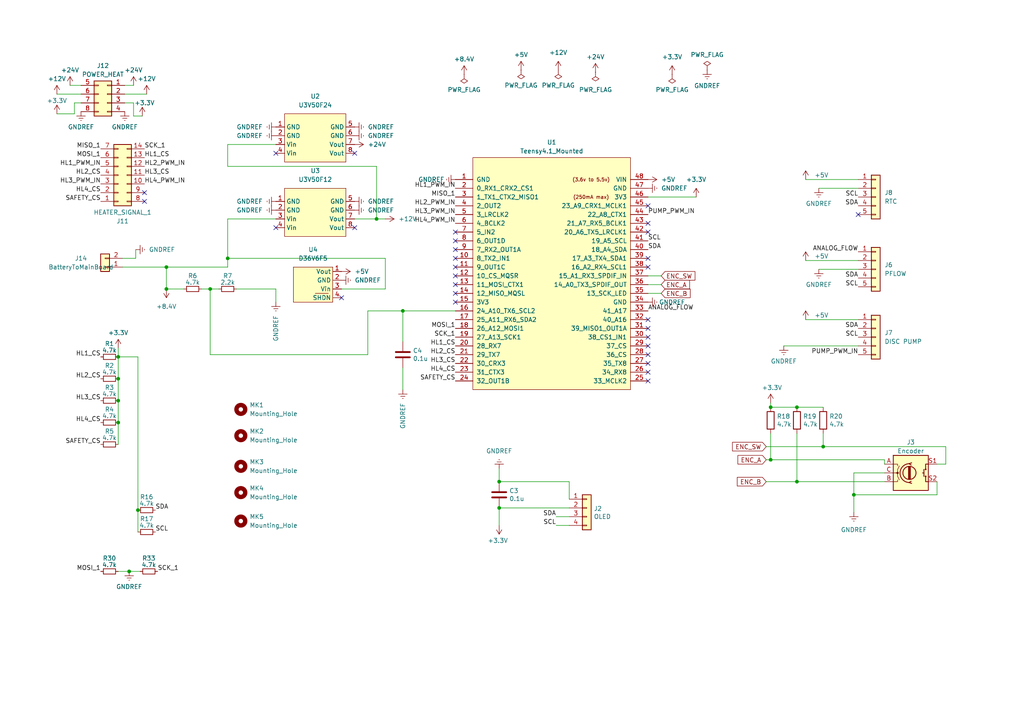
<source format=kicad_sch>
(kicad_sch (version 20250114) (generator "eeschema") (generator_version "9.0")
  (paper "A4")
  (lib_symbols
    (symbol "0_Lab:RotaryEncoder_Switch" (pin_names (offset 0.254) (hide yes))
      (property "Reference" "J3" (at 0 8.89 0))
      (property "Value" "Encoder" (at 0 6.35 0))
      (symbol "RotaryEncoder_Switch_0_1"
        (rectangle (start -5.08 5.08) (end 5.08 -5.08) (stroke (width 0.254)) (fill (type background)))
        (polyline (pts (xy -5.08 2.54) (xy -3.81 2.54) (xy -3.81 2.032)))
        (polyline (pts (xy -5.08 0) (xy -3.81 0) (xy -3.81 -1.016) (xy -3.302 -2.032)))
        (polyline (pts (xy -5.08 -2.54) (xy -3.81 -2.54) (xy -3.81 -2.032)))
        (polyline (pts (xy -4.318 0) (xy -3.81 0) (xy -3.81 1.016) (xy -3.302 2.032)))
        (circle (center -3.81 0) (radius 0.254) (fill (type outline)))
        (polyline (pts (xy -0.635 -1.778) (xy -0.635 1.778)) (stroke (width 0.254)))
        (circle (center -0.381 0) (radius 1.905) (stroke (width 0.254)))
        (polyline (pts (xy -0.381 -1.778) (xy -0.381 1.778)) (stroke (width 0.254)))
        (arc (start -0.381 -2.794) (mid -3.0988 -0.0635) (end -0.381 2.667) (stroke (width 0.254)))
        (polyline (pts (xy -0.127 1.778) (xy -0.127 -1.778)) (stroke (width 0.254)))
        (polyline (pts (xy 0.254 2.921) (xy -0.508 2.667) (xy 0.127 2.286)) (stroke (width 0.254)))
        (polyline (pts (xy 0.254 -3.048) (xy -0.508 -2.794) (xy 0.127 -2.413)) (stroke (width 0.254)))
        (polyline (pts (xy 3.81 1.016) (xy 3.81 -1.016)) (stroke (width 0.254)))
        (polyline (pts (xy 3.81 0) (xy 3.429 0)) (stroke (width 0.254)))
        (circle (center 4.318 1.016) (radius 0.127) (stroke (width 0.254)))
        (circle (center 4.318 -1.016) (radius 0.127) (stroke (width 0.254)))
        (polyline (pts (xy 5.08 2.54) (xy 4.318 2.54) (xy 4.318 1.016)) (stroke (width 0.254)))
        (polyline (pts (xy 5.08 -2.54) (xy 4.318 -2.54) (xy 4.318 -1.016)) (stroke (width 0.254)))
      )
      (symbol "RotaryEncoder_Switch_1_1"
        (pin passive line (at -7.62 2.54 0) (length 2.54) (name "A") (number "A"))
        (pin passive line (at -7.62 0 0) (length 2.54) (name "C") (number "C"))
        (pin passive line (at -7.62 -2.54 0) (length 2.54) (name "B") (number "B"))
        (pin passive line (at 7.62 2.54 180) (length 2.54) (name "S1") (number "S1"))
        (pin passive line (at 7.62 -2.54 180) (length 2.54) (name "S2") (number "S2"))
      )
    )
    (symbol "Connector_Generic:Conn_01x02" (pin_names (offset 1.016) (hide yes))
      (property "Reference" "J" (at 0 2.54 0))
      (property "Value" "Conn_01x02" (at 0 -5.08 0))
      (symbol "Conn_01x02_1_1"
        (rectangle (start -1.27 1.27) (end 1.27 -3.81) (stroke (width 0.254)) (fill (type background)))
        (rectangle (start -1.27 0.127) (end 0 -0.127) (stroke (width 0.1524)))
        (rectangle (start -1.27 -2.413) (end 0 -2.667) (stroke (width 0.1524)))
        (pin passive line (at -5.08 0 0) (length 3.81) (name "Pin_1") (number "1"))
        (pin passive line (at -5.08 -2.54 0) (length 3.81) (name "Pin_2") (number "2"))
      )
    )
    (symbol "Connector_Generic:Conn_01x05" (pin_names (offset 1.016) (hide yes))
      (property "Reference" "J" (at 0 7.62 0))
      (property "Value" "Conn_01x05" (at 0 -7.62 0))
      (symbol "Conn_01x05_1_1"
        (rectangle (start -1.27 6.35) (end 1.27 -6.35) (stroke (width 0.254)) (fill (type background)))
        (rectangle (start -1.27 5.207) (end 0 4.953) (stroke (width 0.1524)))
        (rectangle (start -1.27 2.667) (end 0 2.413) (stroke (width 0.1524)))
        (rectangle (start -1.27 0.127) (end 0 -0.127) (stroke (width 0.1524)))
        (rectangle (start -1.27 -2.413) (end 0 -2.667) (stroke (width 0.1524)))
        (rectangle (start -1.27 -4.953) (end 0 -5.207) (stroke (width 0.1524)))
        (pin passive line (at -5.08 5.08 0) (length 3.81) (name "Pin_1") (number "1"))
        (pin passive line (at -5.08 2.54 0) (length 3.81) (name "Pin_2") (number "2"))
        (pin passive line (at -5.08 0 0) (length 3.81) (name "Pin_3") (number "3"))
        (pin passive line (at -5.08 -2.54 0) (length 3.81) (name "Pin_4") (number "4"))
        (pin passive line (at -5.08 -5.08 0) (length 3.81) (name "Pin_5") (number "5"))
      )
    )
    (symbol "Device:C" (pin_numbers (hide yes)) (pin_names (offset 0.254))
      (property "Reference" "C" (at 0.635 2.54 0))
      (property "Value" "C" (at 0.635 -2.54 0))
      (symbol "C_0_1"
        (polyline (pts (xy -2.032 0.762) (xy 2.032 0.762)) (stroke (width 0.508)))
        (polyline (pts (xy -2.032 -0.762) (xy 2.032 -0.762)) (stroke (width 0.508)))
      )
      (symbol "C_1_1"
        (pin passive line (at 0 3.81 270) (length 2.794) (name "~") (number "1"))
        (pin passive line (at 0 -3.81 90) (length 2.794) (name "~") (number "2"))
      )
    )
    (symbol "Device:R" (pin_numbers (hide yes)) (pin_names (offset 0))
      (property "Reference" "R" (at 2.032 0 90))
      (property "Value" "R" (at 0 0 90))
      (symbol "R_0_1"
        (rectangle (start -1.016 -2.54) (end 1.016 2.54) (stroke (width 0.254)))
      )
      (symbol "R_1_1"
        (pin passive line (at 0 3.81 270) (length 1.27) (name "~") (number "1"))
        (pin passive line (at 0 -3.81 90) (length 1.27) (name "~") (number "2"))
      )
    )
    (symbol "Mechanical:MountingHole" (pin_names (offset 1.016))
      (property "Reference" "H" (at 0 5.08 0))
      (property "Value" "MountingHole" (at 0 3.175 0))
      (symbol "MountingHole_0_1"
        (circle (center 0 0) (radius 1.27) (stroke (width 1.27)))
      )
    )
    (symbol "NIH-SCENT:Teensy4.1_Mounted" (pin_names (offset 1.016))
      (property "Reference" "U1" (at 0 65.405 0))
      (property "Value" "Teensy4.1_Mounted" (at 0 62.865 0))
      (symbol "Teensy4.1_Mounted_0_0"
        (text "(3.6v to 5.5v)" (at 11.43 54.61 0) (effects (font (size 1.016 1.016))))
        (text "(250mA max)" (at 11.43 49.53 0) (effects (font (size 1.016 1.016))))
        (pin bidirectional line (at -27.94 44.45 0) (length 5.08) (name "3_LRCLK2") (number "5"))
        (pin bidirectional line (at -27.94 41.91 0) (length 5.08) (name "4_BCLK2") (number "6"))
        (pin bidirectional line (at -27.94 39.37 0) (length 5.08) (name "5_IN2") (number "7"))
        (pin bidirectional line (at -27.94 36.83 0) (length 5.08) (name "6_OUT1D") (number "8"))
        (pin bidirectional line (at -27.94 34.29 0) (length 5.08) (name "7_RX2_OUT1A") (number "9"))
        (pin bidirectional line (at -27.94 31.75 0) (length 5.08) (name "8_TX2_IN1") (number "10"))
        (pin bidirectional line (at -27.94 29.21 0) (length 5.08) (name "9_OUT1C") (number "11"))
        (pin bidirectional line (at -27.94 26.67 0) (length 5.08) (name "10_CS_MQSR") (number "12"))
        (pin bidirectional line (at -27.94 24.13 0) (length 5.08) (name "11_MOSI_CTX1") (number "13"))
        (pin bidirectional line (at -27.94 21.59 0) (length 5.08) (name "12_MISO_MQSL") (number "14"))
        (pin power_in line (at -27.94 19.05 0) (length 5.08) (name "3V3") (number "15"))
        (pin bidirectional line (at -27.94 16.51 0) (length 5.08) (name "24_A10_TX6_SCL2") (number "16"))
        (pin bidirectional line (at -27.94 13.97 0) (length 5.08) (name "25_A11_RX6_SDA2") (number "17"))
        (pin bidirectional line (at -27.94 11.43 0) (length 5.08) (name "26_A12_MOSI1") (number "18"))
        (pin bidirectional line (at -27.94 8.89 0) (length 5.08) (name "27_A13_SCK1") (number "19"))
        (pin bidirectional line (at -27.94 6.35 0) (length 5.08) (name "28_RX7") (number "20"))
        (pin bidirectional line (at -27.94 3.81 0) (length 5.08) (name "29_TX7") (number "21"))
        (pin bidirectional line (at -27.94 1.27 0) (length 5.08) (name "30_CRX3") (number "22"))
        (pin bidirectional line (at -27.94 -1.27 0) (length 5.08) (name "31_CTX3") (number "23"))
        (pin bidirectional line (at -27.94 -3.81 0) (length 5.08) (name "32_OUT1B") (number "24"))
        (pin power_in line (at 27.94 54.61 180) (length 5.08) (name "VIN") (number "48"))
        (pin bidirectional line (at 27.94 46.99 180) (length 5.08) (name "23_A9_CRX1_MCLK1") (number "45"))
        (pin bidirectional line (at 27.94 44.45 180) (length 5.08) (name "22_A8_CTX1") (number "44"))
        (pin bidirectional line (at 27.94 41.91 180) (length 5.08) (name "21_A7_RX5_BCLK1") (number "43"))
        (pin bidirectional line (at 27.94 39.37 180) (length 5.08) (name "20_A6_TX5_LRCLK1") (number "42"))
        (pin bidirectional line (at 27.94 36.83 180) (length 5.08) (name "19_A5_SCL") (number "41"))
        (pin bidirectional line (at 27.94 34.29 180) (length 5.08) (name "18_A4_SDA") (number "40"))
        (pin bidirectional line (at 27.94 31.75 180) (length 5.08) (name "17_A3_TX4_SDA1") (number "39"))
        (pin bidirectional line (at 27.94 29.21 180) (length 5.08) (name "16_A2_RX4_SCL1") (number "38"))
        (pin bidirectional line (at 27.94 26.67 180) (length 5.08) (name "15_A1_RX3_SPDIF_IN") (number "37"))
        (pin bidirectional line (at 27.94 24.13 180) (length 5.08) (name "14_A0_TX3_SPDIF_OUT") (number "36"))
        (pin bidirectional line (at 27.94 21.59 180) (length 5.08) (name "13_SCK_LED") (number "35"))
        (pin bidirectional line (at 27.94 16.51 180) (length 5.08) (name "41_A17") (number "33"))
        (pin bidirectional line (at 27.94 13.97 180) (length 5.08) (name "40_A16") (number "32"))
        (pin bidirectional line (at 27.94 11.43 180) (length 5.08) (name "39_MISO1_OUT1A") (number "31"))
        (pin bidirectional line (at 27.94 8.89 180) (length 5.08) (name "38_CS1_IN1") (number "30"))
        (pin bidirectional line (at 27.94 6.35 180) (length 5.08) (name "37_CS") (number "29"))
        (pin bidirectional line (at 27.94 3.81 180) (length 5.08) (name "36_CS") (number "28"))
        (pin bidirectional line (at 27.94 1.27 180) (length 5.08) (name "35_TX8") (number "27"))
        (pin bidirectional line (at 27.94 -1.27 180) (length 5.08) (name "34_RX8") (number "26"))
        (pin bidirectional line (at 27.94 -3.81 180) (length 5.08) (name "33_MCLK2") (number "25"))
      )
      (symbol "Teensy4.1_Mounted_0_1"
        (rectangle (start -20.32 -1.27) (end -20.32 -1.27))
      )
      (symbol "Teensy4.1_Mounted_1_0"
        (pin power_in line (at 27.94 52.07 180) (length 5.08) (name "GND") (number "47"))
        (pin power_out line (at 27.94 49.53 180) (length 5.08) (name "3V3") (number "46"))
      )
      (symbol "Teensy4.1_Mounted_1_1"
        (rectangle (start -22.86 60.96) (end 22.86 -6.35) (fill (type background)))
        (pin power_in line (at -27.94 54.61 0) (length 5.08) (name "GND") (number "1"))
        (pin bidirectional line (at -27.94 52.07 0) (length 5.08) (name "0_RX1_CRX2_CS1") (number "2"))
        (pin bidirectional line (at -27.94 49.53 0) (length 5.08) (name "1_TX1_CTX2_MISO1") (number "3"))
        (pin bidirectional line (at -27.94 46.99 0) (length 5.08) (name "2_OUT2") (number "4"))
        (pin power_in line (at 27.94 19.05 180) (length 5.08) (name "GND") (number "34"))
      )
    )
    (symbol "NYSEARCH:R_Small" (pin_numbers (hide yes)) (pin_names (offset 0.254) (hide yes))
      (property "Reference" "R" (at 0.762 0.508 0))
      (property "Value" "R_Small" (at 0.762 -1.016 0))
      (symbol "R_Small_0_1"
        (rectangle (start -0.762 1.778) (end 0.762 -1.778) (stroke (width 0.2032)))
      )
      (symbol "R_Small_1_1"
        (pin passive line (at 0 2.54 270) (length 0.762) (name "~") (number "1"))
        (pin passive line (at 0 -2.54 90) (length 0.762) (name "~") (number "2"))
      )
    )
    (symbol "chop_library:D36V6F5"
      (property "Reference" "U" (at -2.794 0 0))
      (property "Value" "D36V6F5" (at 8.382 0 0))
      (symbol "D36V6F5_0_1"
        (rectangle (start -3.81 -1.27) (end 7.62 -11.43) (fill (type background)))
        (polyline (pts (xy 2.54 -8.89) (xy 6.35 -8.89)))
      )
      (symbol "D36V6F5_1_1"
        (pin input line (at 10.16 -2.54 180) (length 2.54) (name "Vout") (number "1"))
        (pin input line (at 10.16 -5.08 180) (length 2.54) (name "GND") (number "2"))
        (pin input line (at 10.16 -7.62 180) (length 2.54) (name "Vin") (number "3"))
        (pin input line (at 10.16 -10.16 180) (length 2.54) (name "SHDN") (number "4"))
      )
    )
    (symbol "chop_library:U3V50F12"
      (property "Reference" "U" (at 0 0 0))
      (property "Value" "U3V50F12" (at 11.684 0 0))
      (symbol "U3V50F12_0_1"
        (rectangle (start -1.27 -1.27) (end 16.51 -15.24) (fill (type background)))
      )
      (symbol "U3V50F12_1_1"
        (pin input line (at -3.81 -5.08 0) (length 2.54) (name "GND") (number "1"))
        (pin input line (at -3.81 -7.62 0) (length 2.54) (name "GND") (number "2"))
        (pin input line (at -3.81 -10.16 0) (length 2.54) (name "Vin") (number "3"))
        (pin input line (at -3.81 -12.7 0) (length 2.54) (name "Vin") (number "4"))
        (pin input line (at 19.05 -5.08 180) (length 2.54) (name "GND") (number "5"))
        (pin input line (at 19.05 -7.62 180) (length 2.54) (name "GND") (number "6"))
        (pin input line (at 19.05 -10.16 180) (length 2.54) (name "Vout") (number "7"))
        (pin input line (at 19.05 -12.7 180) (length 2.54) (name "Vout") (number "8"))
      )
    )
    (symbol "chop_library:U3V50F24"
      (property "Reference" "U2" (at 8.89 3.81 0))
      (property "Value" "U3V50F24" (at 8.89 1.27 0))
      (symbol "U3V50F24_0_1"
        (rectangle (start 0 -1.27) (end 17.78 -15.24) (fill (type background)))
      )
      (symbol "U3V50F24_1_1"
        (pin input line (at -2.54 -5.08 0) (length 2.54) (name "GND") (number "1"))
        (pin input line (at -2.54 -7.62 0) (length 2.54) (name "GND") (number "2"))
        (pin input line (at -2.54 -10.16 0) (length 2.54) (name "Vin") (number "3"))
        (pin input line (at -2.54 -12.7 0) (length 2.54) (name "Vin") (number "4"))
        (pin input line (at 20.32 -5.08 180) (length 2.54) (name "GND") (number "5"))
        (pin input line (at 20.32 -7.62 180) (length 2.54) (name "GND") (number "6"))
        (pin input line (at 20.32 -10.16 180) (length 2.54) (name "Vout") (number "7"))
        (pin input line (at 20.32 -12.7 180) (length 2.54) (name "Vout") (number "8"))
      )
    )
    (symbol "conn:Conn_01x04" (pin_names (offset 1.016) (hide yes))
      (property "Reference" "J" (at 0 5.08 0))
      (property "Value" "Conn_01x04" (at 0 -7.62 0))
      (symbol "Conn_01x04_1_1"
        (rectangle (start -1.27 3.81) (end 1.27 -6.35) (stroke (width 0.254)) (fill (type background)))
        (rectangle (start -1.27 2.667) (end 0 2.413) (stroke (width 0.1524)))
        (rectangle (start -1.27 0.127) (end 0 -0.127) (stroke (width 0.1524)))
        (rectangle (start -1.27 -2.413) (end 0 -2.667) (stroke (width 0.1524)))
        (rectangle (start -1.27 -4.953) (end 0 -5.207) (stroke (width 0.1524)))
        (pin passive line (at -5.08 2.54 0) (length 3.81) (name "Pin_1") (number "1"))
        (pin passive line (at -5.08 0 0) (length 3.81) (name "Pin_2") (number "2"))
        (pin passive line (at -5.08 -2.54 0) (length 3.81) (name "Pin_3") (number "3"))
        (pin passive line (at -5.08 -5.08 0) (length 3.81) (name "Pin_4") (number "4"))
      )
    )
    (symbol "conn:Conn_02x04_Top_Bottom" (pin_names (offset 1.016) (hide yes))
      (property "Reference" "J" (at 1.27 5.08 0))
      (property "Value" "Conn_02x04_Top_Bottom" (at 1.27 -7.62 0))
      (symbol "Conn_02x04_Top_Bottom_1_1"
        (rectangle (start -1.27 3.81) (end 3.81 -6.35) (stroke (width 0.254)) (fill (type background)))
        (rectangle (start -1.27 2.667) (end 0 2.413) (stroke (width 0.1524)))
        (rectangle (start -1.27 0.127) (end 0 -0.127) (stroke (width 0.1524)))
        (rectangle (start -1.27 -2.413) (end 0 -2.667) (stroke (width 0.1524)))
        (rectangle (start -1.27 -4.953) (end 0 -5.207) (stroke (width 0.1524)))
        (rectangle (start 3.81 2.667) (end 2.54 2.413) (stroke (width 0.1524)))
        (rectangle (start 3.81 0.127) (end 2.54 -0.127) (stroke (width 0.1524)))
        (rectangle (start 3.81 -2.413) (end 2.54 -2.667) (stroke (width 0.1524)))
        (rectangle (start 3.81 -4.953) (end 2.54 -5.207) (stroke (width 0.1524)))
        (pin passive line (at -5.08 2.54 0) (length 3.81) (name "Pin_1") (number "1"))
        (pin passive line (at -5.08 0 0) (length 3.81) (name "Pin_2") (number "2"))
        (pin passive line (at -5.08 -2.54 0) (length 3.81) (name "Pin_3") (number "3"))
        (pin passive line (at -5.08 -5.08 0) (length 3.81) (name "Pin_4") (number "4"))
        (pin passive line (at 7.62 2.54 180) (length 3.81) (name "Pin_5") (number "5"))
        (pin passive line (at 7.62 0 180) (length 3.81) (name "Pin_6") (number "6"))
        (pin passive line (at 7.62 -2.54 180) (length 3.81) (name "Pin_7") (number "7"))
        (pin passive line (at 7.62 -5.08 180) (length 3.81) (name "Pin_8") (number "8"))
      )
    )
    (symbol "conn:Conn_02x07_Top_Bottom" (pin_names (offset 1.016) (hide yes))
      (property "Reference" "J" (at 1.27 10.16 0))
      (property "Value" "Conn_02x07_Top_Bottom" (at 1.27 -10.16 0))
      (symbol "Conn_02x07_Top_Bottom_1_1"
        (rectangle (start -1.27 8.89) (end 3.81 -8.89) (stroke (width 0.254)) (fill (type background)))
        (rectangle (start -1.27 7.747) (end 0 7.493) (stroke (width 0.1524)))
        (rectangle (start -1.27 5.207) (end 0 4.953) (stroke (width 0.1524)))
        (rectangle (start -1.27 2.667) (end 0 2.413) (stroke (width 0.1524)))
        (rectangle (start -1.27 0.127) (end 0 -0.127) (stroke (width 0.1524)))
        (rectangle (start -1.27 -2.413) (end 0 -2.667) (stroke (width 0.1524)))
        (rectangle (start -1.27 -4.953) (end 0 -5.207) (stroke (width 0.1524)))
        (rectangle (start -1.27 -7.493) (end 0 -7.747) (stroke (width 0.1524)))
        (rectangle (start 3.81 7.747) (end 2.54 7.493) (stroke (width 0.1524)))
        (rectangle (start 3.81 5.207) (end 2.54 4.953) (stroke (width 0.1524)))
        (rectangle (start 3.81 2.667) (end 2.54 2.413) (stroke (width 0.1524)))
        (rectangle (start 3.81 0.127) (end 2.54 -0.127) (stroke (width 0.1524)))
        (rectangle (start 3.81 -2.413) (end 2.54 -2.667) (stroke (width 0.1524)))
        (rectangle (start 3.81 -4.953) (end 2.54 -5.207) (stroke (width 0.1524)))
        (rectangle (start 3.81 -7.493) (end 2.54 -7.747) (stroke (width 0.1524)))
        (pin passive line (at -5.08 7.62 0) (length 3.81) (name "Pin_1") (number "1"))
        (pin passive line (at -5.08 5.08 0) (length 3.81) (name "Pin_2") (number "2"))
        (pin passive line (at -5.08 2.54 0) (length 3.81) (name "Pin_3") (number "3"))
        (pin passive line (at -5.08 0 0) (length 3.81) (name "Pin_4") (number "4"))
        (pin passive line (at -5.08 -2.54 0) (length 3.81) (name "Pin_5") (number "5"))
        (pin passive line (at -5.08 -5.08 0) (length 3.81) (name "Pin_6") (number "6"))
        (pin passive line (at -5.08 -7.62 0) (length 3.81) (name "Pin_7") (number "7"))
        (pin passive line (at 7.62 7.62 180) (length 3.81) (name "Pin_8") (number "8"))
        (pin passive line (at 7.62 5.08 180) (length 3.81) (name "Pin_9") (number "9"))
        (pin passive line (at 7.62 2.54 180) (length 3.81) (name "Pin_10") (number "10"))
        (pin passive line (at 7.62 0 180) (length 3.81) (name "Pin_11") (number "11"))
        (pin passive line (at 7.62 -2.54 180) (length 3.81) (name "Pin_12") (number "12"))
        (pin passive line (at 7.62 -5.08 180) (length 3.81) (name "Pin_13") (number "13"))
        (pin passive line (at 7.62 -7.62 180) (length 3.81) (name "Pin_14") (number "14"))
      )
    )
    (symbol "power:+12V" (power) (pin_names (offset 0))
      (property "Value" "+12V" (at 0 3.556 0))
      (symbol "+12V_0_1"
        (polyline (pts (xy -0.762 1.27) (xy 0 2.54)))
        (polyline (pts (xy 0 2.54) (xy 0.762 1.27)))
        (polyline (pts (xy 0 0) (xy 0 2.54)))
      )
      (symbol "+12V_1_1"
        (pin power_in line (at 0 0 90) (length 0) (hide yes) (name "+12V") (number "1"))
      )
    )
    (symbol "power:+24V" (power) (pin_names (offset 0))
      (property "Value" "+24V" (at 0 3.556 0))
      (symbol "+24V_0_1"
        (polyline (pts (xy -0.762 1.27) (xy 0 2.54)))
        (polyline (pts (xy 0 2.54) (xy 0.762 1.27)))
        (polyline (pts (xy 0 0) (xy 0 2.54)))
      )
      (symbol "+24V_1_1"
        (pin power_in line (at 0 0 90) (length 0) (hide yes) (name "+24V") (number "1"))
      )
    )
    (symbol "power:+3.3V" (power) (pin_names (offset 0))
      (property "Value" "+3.3V" (at 0 3.556 0))
      (symbol "+3.3V_0_1"
        (polyline (pts (xy -0.762 1.27) (xy 0 2.54)))
        (polyline (pts (xy 0 2.54) (xy 0.762 1.27)))
        (polyline (pts (xy 0 0) (xy 0 2.54)))
      )
      (symbol "+3.3V_1_1"
        (pin power_in line (at 0 0 90) (length 0) (hide yes) (name "+3.3V") (number "1"))
      )
    )
    (symbol "power:+5V" (power) (pin_names (offset 0))
      (property "Value" "+5V" (at 0 3.556 0))
      (symbol "+5V_0_1"
        (polyline (pts (xy -0.762 1.27) (xy 0 2.54)))
        (polyline (pts (xy 0 2.54) (xy 0.762 1.27)))
        (polyline (pts (xy 0 0) (xy 0 2.54)))
      )
      (symbol "+5V_1_1"
        (pin power_in line (at 0 0 90) (length 0) (hide yes) (name "+5V") (number "1"))
      )
    )
    (symbol "power:GNDREF" (power) (pin_names (offset 0))
      (property "Value" "GNDREF" (at 0 -3.81 0))
      (symbol "GNDREF_0_1"
        (polyline (pts (xy -0.635 -1.905) (xy 0.635 -1.905)))
        (polyline (pts (xy -0.127 -2.54) (xy 0.127 -2.54)))
        (polyline (pts (xy 0 -1.27) (xy 0 0)))
        (polyline (pts (xy 1.27 -1.27) (xy -1.27 -1.27)))
      )
      (symbol "GNDREF_1_1"
        (pin power_in line (at 0 0 270) (length 0) (hide yes) (name "GNDREF") (number "1"))
      )
    )
    (symbol "power:PWR_FLAG" (power) (pin_numbers (hide yes)) (pin_names (offset 0) (hide yes))
      (property "Value" "PWR_FLAG" (at 0 3.81 0))
      (symbol "PWR_FLAG_0_0"
        (pin power_out line (at 0 0 90) (length 0) (name "pwr") (number "1"))
      )
      (symbol "PWR_FLAG_0_1"
        (polyline (pts (xy 0 0) (xy 0 1.27) (xy -1.016 1.905) (xy 0 2.54) (xy 1.016 1.905) (xy 0 1.27)))
      )
    )
  )
  (junction (at 247.65 143.51))
  (junction (at 34.29 116.205))
  (junction (at 60.96 83.82))
  (junction (at 66.04 74.93))
  (junction (at 34.29 103.505))
  (junction (at 116.84 90.17))
  (junction (at 238.76 129.54))
  (junction (at 34.29 122.555))
  (junction (at 40.005 147.955))
  (junction (at 231.14 118.11))
  (junction (at 109.22 63.5))
  (junction (at 37.465 165.735))
  (junction (at 231.14 139.7))
  (junction (at 223.52 133.35))
  (junction (at 144.78 147.32))
  (junction (at 144.78 139.7))
  (junction (at 34.29 109.855))
  (junction (at 223.52 118.11))
  (junction (at 48.26 83.82))
  (junction (at 48.26 77.47))
  (no_connect (at 187.96 92.71))
  (no_connect (at 187.96 77.47))
  (no_connect (at 80.01 44.45))
  (no_connect (at 187.96 102.87))
  (no_connect (at 187.96 110.49))
  (no_connect (at 132.08 85.09))
  (no_connect (at 132.08 72.39))
  (no_connect (at 41.91 55.88))
  (no_connect (at 132.08 67.31))
  (no_connect (at 99.06 86.36))
  (no_connect (at 132.08 69.85))
  (no_connect (at 132.08 74.93))
  (no_connect (at 187.96 100.33))
  (no_connect (at 187.96 95.25))
  (no_connect (at 132.08 77.47))
  (no_connect (at 102.87 44.45))
  (no_connect (at 102.87 66.04))
  (no_connect (at 187.96 74.93))
  (no_connect (at 132.08 87.63))
  (no_connect (at 187.96 67.31))
  (no_connect (at 132.08 80.01))
  (no_connect (at 41.91 58.42))
  (no_connect (at 187.96 107.95))
  (no_connect (at 80.01 66.04))
  (no_connect (at 187.96 105.41))
  (no_connect (at 132.08 82.55))
  (no_connect (at 187.96 59.69))
  (no_connect (at 187.96 64.77))
  (no_connect (at 248.92 62.23))
  (no_connect (at 187.96 97.79))
  (wire (pts (xy 66.04 74.93) (xy 111.76 74.93)))
  (wire (pts (xy 21.59 29.845) (xy 23.495 29.845)))
  (wire (pts (xy 40.005 103.505) (xy 40.005 147.955)))
  (wire (pts (xy 40.005 147.955) (xy 40.005 154.305)))
  (wire (pts (xy 231.14 125.73) (xy 231.14 139.7)))
  (wire (pts (xy 222.25 133.35) (xy 223.52 133.35)))
  (wire (pts (xy 187.96 82.55) (xy 191.77 82.55)))
  (wire (pts (xy 66.04 77.47) (xy 66.04 74.93)))
  (wire (pts (xy 247.65 143.51) (xy 247.65 148.59)))
  (wire (pts (xy 16.51 27.305) (xy 23.495 27.305)))
  (wire (pts (xy 144.78 147.32) (xy 165.1 147.32)))
  (wire (pts (xy 66.04 41.91) (xy 80.01 41.91)))
  (wire (pts (xy 68.58 83.82) (xy 80.01 83.82)))
  (wire (pts (xy 34.29 116.205) (xy 34.29 122.555)))
  (wire (pts (xy 233.68 52.07) (xy 248.92 52.07)))
  (wire (pts (xy 111.76 74.93) (xy 111.76 83.82)))
  (wire (pts (xy 106.68 90.17) (xy 116.84 90.17)))
  (wire (pts (xy 58.42 83.82) (xy 60.96 83.82)))
  (wire (pts (xy 48.26 83.82) (xy 53.34 83.82)))
  (wire (pts (xy 237.49 78.105) (xy 248.92 78.105)))
  (wire (pts (xy 38.735 29.845) (xy 36.195 29.845)))
  (wire (pts (xy 223.52 116.84) (xy 223.52 118.11)))
  (wire (pts (xy 38.735 24.765) (xy 36.195 24.765)))
  (wire (pts (xy 60.96 83.82) (xy 63.5 83.82)))
  (wire (pts (xy 144.78 135.89) (xy 144.78 139.7)))
  (wire (pts (xy 106.68 102.87) (xy 106.68 90.17)))
  (wire (pts (xy 223.52 125.73) (xy 223.52 133.35)))
  (wire (pts (xy 116.84 90.17) (xy 116.84 99.06)))
  (wire (pts (xy 238.76 125.73) (xy 238.76 129.54)))
  (wire (pts (xy 109.22 63.5) (xy 102.87 63.5)))
  (wire (pts (xy 247.65 143.51) (xy 271.78 143.51)))
  (wire (pts (xy 144.78 139.7) (xy 165.1 139.7)))
  (wire (pts (xy 34.29 109.855) (xy 34.29 116.205)))
  (wire (pts (xy 42.545 27.305) (xy 36.195 27.305)))
  (wire (pts (xy 223.52 118.11) (xy 231.14 118.11)))
  (wire (pts (xy 66.04 63.5) (xy 80.01 63.5)))
  (wire (pts (xy 109.22 63.5) (xy 109.22 48.26)))
  (wire (pts (xy 187.96 85.09) (xy 191.77 85.09)))
  (wire (pts (xy 233.68 75.565) (xy 248.92 75.565)))
  (wire (pts (xy 21.59 33.02) (xy 21.59 29.845)))
  (wire (pts (xy 34.29 103.505) (xy 34.29 109.855)))
  (wire (pts (xy 20.32 24.765) (xy 23.495 24.765)))
  (wire (pts (xy 227.33 100.33) (xy 248.92 100.33)))
  (wire (pts (xy 34.29 165.735) (xy 37.465 165.735)))
  (wire (pts (xy 187.96 80.01) (xy 191.77 80.01)))
  (wire (pts (xy 247.65 137.16) (xy 256.54 137.16)))
  (wire (pts (xy 222.25 139.7) (xy 231.14 139.7)))
  (wire (pts (xy 35.56 77.47) (xy 48.26 77.47)))
  (wire (pts (xy 99.06 83.82) (xy 111.76 83.82)))
  (wire (pts (xy 116.84 106.68) (xy 116.84 113.03)))
  (wire (pts (xy 66.04 48.26) (xy 66.04 41.91)))
  (wire (pts (xy 238.76 129.54) (xy 274.32 129.54)))
  (wire (pts (xy 80.01 83.82) (xy 80.01 87.63)))
  (wire (pts (xy 222.25 129.54) (xy 238.76 129.54)))
  (wire (pts (xy 165.1 139.7) (xy 165.1 144.78)))
  (wire (pts (xy 66.04 63.5) (xy 66.04 74.93)))
  (wire (pts (xy 111.76 63.5) (xy 109.22 63.5)))
  (wire (pts (xy 223.52 133.35) (xy 256.54 133.35)))
  (wire (pts (xy 237.49 54.61) (xy 248.92 54.61)))
  (wire (pts (xy 231.14 118.11) (xy 238.76 118.11)))
  (wire (pts (xy 39.37 74.93) (xy 39.37 72.39)))
  (wire (pts (xy 34.29 100.965) (xy 34.29 103.505)))
  (wire (pts (xy 274.32 134.62) (xy 271.78 134.62)))
  (wire (pts (xy 16.51 33.02) (xy 21.59 33.02)))
  (wire (pts (xy 271.78 139.7) (xy 271.78 143.51)))
  (wire (pts (xy 144.78 152.4) (xy 144.78 147.32)))
  (wire (pts (xy 35.56 74.93) (xy 39.37 74.93)))
  (wire (pts (xy 187.96 57.15) (xy 201.93 57.15)))
  (wire (pts (xy 231.14 139.7) (xy 256.54 139.7)))
  (wire (pts (xy 41.275 33.655) (xy 38.735 33.655)))
  (wire (pts (xy 233.68 92.71) (xy 248.92 92.71)))
  (wire (pts (xy 161.29 152.4) (xy 165.1 152.4)))
  (wire (pts (xy 161.29 149.86) (xy 165.1 149.86)))
  (wire (pts (xy 48.26 77.47) (xy 48.26 83.82)))
  (wire (pts (xy 37.465 165.735) (xy 40.64 165.735)))
  (wire (pts (xy 60.96 102.87) (xy 106.68 102.87)))
  (wire (pts (xy 109.22 48.26) (xy 66.04 48.26)))
  (wire (pts (xy 48.26 77.47) (xy 66.04 77.47)))
  (wire (pts (xy 38.735 33.655) (xy 38.735 29.845)))
  (wire (pts (xy 34.29 122.555) (xy 34.29 128.905)))
  (wire (pts (xy 274.32 129.54) (xy 274.32 134.62)))
  (wire (pts (xy 60.96 83.82) (xy 60.96 102.87)))
  (wire (pts (xy 132.08 90.17) (xy 116.84 90.17)))
  (wire (pts (xy 40.005 103.505) (xy 34.29 103.505)))
  (wire (pts (xy 247.65 137.16) (xy 247.65 143.51)))
  (wire (pts (xy 256.54 133.35) (xy 256.54 134.62)))
  (label "HL4_CS" (at 132.08 107.95 180))
  (label "SCL" (at 248.92 97.79 180))
  (label "HL3_PWM_IN" (at 132.08 62.23 180))
  (label "HL1_CS" (at 29.21 103.505 180))
  (label "HL3_CS" (at 41.91 50.8 0))
  (label "HL2_CS" (at 29.21 109.855 180))
  (label "HL1_CS" (at 132.08 100.33 180))
  (label "SCK_1" (at 132.08 97.79 180))
  (label "HL1_PWM_IN" (at 132.08 54.61 180))
  (label "SDA" (at 161.29 149.86 180))
  (label "PUMP_PWM_IN" (at 187.96 62.23 0))
  (label "MOSI_1" (at 29.21 45.72 180))
  (label "HL4_CS" (at 29.21 122.555 180))
  (label "HL3_PWM_IN" (at 29.21 53.34 180))
  (label "SCK_1" (at 45.72 165.735 0))
  (label "HL4_PWM_IN" (at 41.91 53.34 0))
  (label "HL3_CS" (at 132.08 105.41 180))
  (label "MISO_1" (at 29.21 43.18 180))
  (label "ANALOG_FLOW" (at 248.92 73.025 180))
  (label "SDA" (at 248.92 59.69 180))
  (label "HL4_PWM_IN" (at 132.08 64.77 180))
  (label "SDA" (at 187.96 72.39 0))
  (label "ANALOG_FLOW" (at 187.96 90.17 0))
  (label "SAFETY_CS" (at 29.21 128.905 180))
  (label "HL3_CS" (at 29.21 116.205 180))
  (label "HL1_PWM_IN" (at 29.21 48.26 180))
  (label "HL1_CS" (at 41.91 45.72 0))
  (label "SDA" (at 248.92 80.645 180))
  (label "HL2_CS" (at 29.21 50.8 180))
  (label "PUMP_PWM_IN" (at 248.92 102.87 180))
  (label "HL2_CS" (at 132.08 102.87 180))
  (label "HL4_CS" (at 29.21 55.88 180))
  (label "HL2_PWM_IN" (at 41.91 48.26 0))
  (label "SCL" (at 187.96 69.85 0))
  (label "SCL" (at 248.92 57.15 180))
  (label "SCL" (at 248.92 83.185 180))
  (label "MOSI_1" (at 29.21 165.735 180))
  (label "SCL" (at 45.085 154.305 0))
  (label "SAFETY_CS" (at 132.08 110.49 180))
  (label "MISO_1" (at 132.08 57.15 180))
  (label "SCK_1" (at 41.91 43.18 0))
  (label "MOSI_1" (at 132.08 95.25 180))
  (label "SDA" (at 248.92 95.25 180))
  (label "HL2_PWM_IN" (at 132.08 59.69 180))
  (label "SCL" (at 161.29 152.4 180))
  (label "SAFETY_CS" (at 29.21 58.42 180))
  (label "SDA" (at 45.085 147.955 0))
  (global_label "ENC_B" (shape input) (at 222.25 139.7 180) (property "Intersheetrefs" "${INTERSHEET_REFS}" (effects (hide yes))))
  (global_label "ENC_B" (shape input) (at 191.77 85.09 0) (property "Intersheetrefs" "${INTERSHEET_REFS}" (effects (hide yes))))
  (global_label "ENC_SW" (shape input) (at 191.77 80.01 0) (property "Intersheetrefs" "${INTERSHEET_REFS}" (effects (hide yes))))
  (global_label "ENC_SW" (shape input) (at 222.25 129.54 180) (property "Intersheetrefs" "${INTERSHEET_REFS}" (effects (hide yes))))
  (global_label "ENC_A" (shape input) (at 222.25 133.35 180) (property "Intersheetrefs" "${INTERSHEET_REFS}" (effects (hide yes))))
  (global_label "ENC_A" (shape input) (at 191.77 82.55 0) (property "Intersheetrefs" "${INTERSHEET_REFS}" (effects (hide yes))))
  (symbol (lib_id "conn:Conn_01x04") (at 170.18 147.32 0) (unit 1)
    (property "Reference" "J2" (at 172.212 147.5232 0) (effects (justify left)))
    (property "Value" "OLED" (at 172.212 149.8346 0) (effects (justify left)))
    (property "Footprint" "chop_footprint_library:128x64OLED" (effects (hide yes)))
  )
  (symbol (lib_id "power:+3.3V") (at 144.78 152.4 180) (unit 1)
    (property "Reference" "#PWR0104" (effects (hide yes)))
    (property "Value" "+3.3V" (at 144.399 156.7942 0))
  )
  (symbol (lib_id "Device:C") (at 144.78 143.51 0) (unit 1)
    (property "Reference" "C3" (at 147.701 142.3416 0) (effects (justify left)))
    (property "Value" "0.1u" (at 147.701 144.653 0) (effects (justify left)))
    (property "Footprint" "NYSEARCH:C_0603_1608Metric_HandSolder" (effects (hide yes)))
  )
  (symbol (lib_id "power:+3.3V") (at 223.52 116.84 0) (unit 1)
    (property "Reference" "#PWR0122" (effects (hide yes)))
    (property "Value" "+3.3V" (at 223.901 112.4458 0))
  )
  (symbol (lib_id "power:GNDREF") (at 80.01 87.63 0) (mirror y) (unit 1)
    (property "Reference" "#PWR0101" (effects (hide yes)))
    (property "Value" "GNDREF" (at 80.01 91.44 90) (effects (justify right)))
  )
  (symbol (lib_id "conn:Conn_02x04_Top_Bottom") (at 31.115 27.305 0) (mirror y) (unit 1)
    (property "Reference" "J12" (at 29.845 19.05 0))
    (property "Value" "POWER_HEAT" (at 29.845 21.59 0))
    (property "Footprint" "Connector_Molex:Molex_Micro-Fit_3.0_43045-0800_2x04_P3.00mm_Horizontal" (effects (hide yes)))
  )
  (symbol (lib_id "power:+12V") (at 161.925 20.32 0) (mirror y) (unit 1)
    (property "Reference" "#PWR077" (effects (hide yes)))
    (property "Value" "+12V" (at 161.925 15.24 0))
  )
  (symbol (lib_id "Connector_Generic:Conn_01x05") (at 254 78.105 0) (unit 1)
    (property "Reference" "J6" (at 256.54 76.8349 0) (effects (justify left)))
    (property "Value" "PFLOW" (at 256.54 79.3749 0) (effects (justify left)))
    (property "Footprint" "Connector_Molex:Molex_Micro-Fit_3.0_43650-0500_1x05_P3.00mm_Horizontal" (effects (hide yes)))
  )
  (symbol (lib_id "power:GNDREF") (at 132.08 52.07 270) (unit 1)
    (property "Reference" "#PWR074" (effects (hide yes)))
    (property "Value" "GNDREF" (at 128.905 52.07 90) (effects (justify right)))
  )
  (symbol (lib_id "power:GNDREF") (at 144.78 135.89 180) (unit 1)
    (property "Reference" "#PWR099" (effects (hide yes)))
    (property "Value" "GNDREF" (at 144.78 130.81 0))
  )
  (symbol (lib_id "power:GNDREF") (at 37.465 165.735 0) (unit 1)
    (property "Reference" "#PWR083" (effects (hide yes)))
    (property "Value" "GNDREF" (at 37.465 170.18 0))
  )
  (symbol (lib_id "power:+24V") (at 102.87 41.91 270) (mirror x) (unit 1)
    (property "Reference" "#PWR096" (effects (hide yes)))
    (property "Value" "+24V" (at 106.68 41.9099 90) (effects (justify left)))
  )
  (symbol (lib_id "power:GNDREF") (at 227.33 100.33 0) (unit 1)
    (property "Reference" "#PWR06" (effects (hide yes)))
    (property "Value" "GNDREF" (at 227.33 104.775 0))
  )
  (symbol (lib_id "power:+12V") (at 233.68 92.71 0) (unit 1)
    (property "Reference" "#PWR07" (effects (hide yes)))
    (property "Value" "+5V" (at 236.22 91.4399 0) (effects (justify left)))
  )
  (symbol (lib_id "power:+12V") (at 16.51 27.305 0) (unit 1)
    (property "Reference" "#PWR014" (effects (hide yes)))
    (property "Value" "+12V" (at 16.51 22.86 0))
  )
  (symbol (lib_id "NYSEARCH:R_Small") (at 31.75 103.505 90) (unit 1)
    (property "Reference" "R1" (at 31.75 99.695 90))
    (property "Value" "4.7k" (at 31.75 101.6 90))
    (property "Footprint" "NYSEARCH:R_0603_1608Metric" (effects (hide yes)))
  )
  (symbol (lib_id "chop_library:D36V6F5") (at 88.9 76.2 0) (unit 1)
    (property "Reference" "U4" (at 90.805 72.39 0))
    (property "Value" "D36V6F5" (at 90.805 74.93 0))
    (property "Footprint" "Connector_PinHeader_2.54mm:PinHeader_1x04_P2.54mm_Vertical" (effects (hide yes)))
    (property "Datasheet" "https://www.pololu.com/product/3792" (effects (hide yes)))
  )
  (symbol (lib_id "power:+12V") (at 42.545 27.305 0) (unit 1)
    (property "Reference" "#PWR018" (effects (hide yes)))
    (property "Value" "+12V" (at 42.545 22.86 0))
  )
  (symbol (lib_id "Mechanical:MountingHole") (at 69.85 135.255 0) (unit 1)
    (property "Reference" "MK3" (at 72.39 133.9849 0) (effects (justify left)))
    (property "Value" "Mounting_Hole" (at 72.39 136.5249 0) (effects (justify left)))
    (property "Footprint" "MountingHole:MountingHole_3.2mm_M3" (effects (hide yes)))
  )
  (symbol (lib_id "power:+12V") (at 111.76 63.5 270) (mirror x) (unit 1)
    (property "Reference" "#PWR097" (effects (hide yes)))
    (property "Value" "+12V" (at 115.57 63.4999 90) (effects (justify left)))
  )
  (symbol (lib_id "NYSEARCH:R_Small") (at 31.75 128.905 90) (unit 1)
    (property "Reference" "R5" (at 31.75 125.095 90))
    (property "Value" "4.7k" (at 31.75 127 90))
    (property "Footprint" "NYSEARCH:R_0603_1608Metric" (effects (hide yes)))
  )
  (symbol (lib_id "power:GNDREF") (at 80.01 39.37 270) (mirror x) (unit 1)
    (property "Reference" "#PWR090" (effects (hide yes)))
    (property "Value" "GNDREF" (at 76.2 39.37 90) (effects (justify right)))
  )
  (symbol (lib_id "power:+3.3V") (at 34.29 100.965 0) (unit 1)
    (property "Reference" "#PWR01" (effects (hide yes)))
    (property "Value" "+3.3V" (at 34.29 96.52 0))
  )
  (symbol (lib_id "Connector_Generic:Conn_01x05") (at 254 97.79 0) (unit 1)
    (property "Reference" "J7" (at 256.54 96.5199 0) (effects (justify left)))
    (property "Value" "DISC PUMP" (at 256.54 99.0599 0) (effects (justify left)))
    (property "Footprint" "Connector_Molex:Molex_Micro-Fit_3.0_43650-0500_1x05_P3.00mm_Horizontal" (effects (hide yes)))
  )
  (symbol (lib_id "Device:R") (at 238.76 121.92 0) (unit 1)
    (property "Reference" "R20" (at 240.538 120.7516 0) (effects (justify left)))
    (property "Value" "4.7k" (at 240.538 123.063 0) (effects (justify left)))
    (property "Footprint" "Resistor_SMD:R_0805_2012Metric" (effects (hide yes)))
  )
  (symbol (lib_id "power:GNDREF") (at 36.195 32.385 0) (unit 1)
    (property "Reference" "#PWR070" (effects (hide yes)))
    (property "Value" "GNDREF" (at 36.195 36.83 0))
  )
  (symbol (lib_id "power:+24V") (at 38.735 24.765 0) (unit 1)
    (property "Reference" "#PWR017" (effects (hide yes)))
    (property "Value" "+24V" (at 38.735 20.32 0))
  )
  (symbol (lib_id "Device:R") (at 223.52 121.92 0) (unit 1)
    (property "Reference" "R18" (at 225.298 120.7516 0) (effects (justify left)))
    (property "Value" "4.7k" (at 225.298 123.063 0) (effects (justify left)))
    (property "Footprint" "Resistor_SMD:R_0805_2012Metric" (effects (hide yes)))
  )
  (symbol (lib_id "power:GNDREF") (at 80.01 36.83 270) (mirror x) (unit 1)
    (property "Reference" "#PWR089" (effects (hide yes)))
    (property "Value" "GNDREF" (at 76.2 36.83 90) (effects (justify right)))
  )
  (symbol (lib_id "power:GNDREF") (at 80.01 58.42 270) (mirror x) (unit 1)
    (property "Reference" "#PWR092" (effects (hide yes)))
    (property "Value" "GNDREF" (at 76.2 58.42 90) (effects (justify right)))
  )
  (symbol (lib_id "power:+5V") (at 187.96 52.07 270) (mirror x) (unit 1)
    (property "Reference" "#PWR082" (effects (hide yes)))
    (property "Value" "+5V" (at 191.77 52.07 90) (effects (justify left)))
  )
  (symbol (lib_id "power:+5V") (at 134.62 21.59 0) (mirror y) (unit 1)
    (property "Reference" "#PWR079" (effects (hide yes)))
    (property "Value" "+8.4V" (at 134.62 17.145 0))
  )
  (symbol (lib_id "chop_library:U3V50F24") (at 82.55 31.75 0) (unit 1)
    (property "Reference" "U2" (at 91.44 27.94 0))
    (property "Value" "U3V50F24" (at 91.44 30.48 0))
    (property "Footprint" "chop_footprint_library:U3V50F24StepUpReg" (effects (hide yes)))
    (property "Datasheet" "https://www.pololu.com/product/2569" (effects (hide yes)))
  )
  (symbol (lib_id "NYSEARCH:R_Small") (at 31.75 116.205 90) (unit 1)
    (property "Reference" "R3" (at 31.75 112.395 90))
    (property "Value" "4.7k" (at 31.75 114.3 90))
    (property "Footprint" "NYSEARCH:R_0603_1608Metric" (effects (hide yes)))
  )
  (symbol (lib_id "Connector_Generic:Conn_01x05") (at 254 57.15 0) (unit 1)
    (property "Reference" "J8" (at 256.54 55.8799 0) (effects (justify left)))
    (property "Value" "RTC" (at 256.54 58.4199 0) (effects (justify left)))
    (property "Footprint" "Connector_PinHeader_2.54mm:PinHeader_1x05_P2.54mm_Vertical" (effects (hide yes)))
  )
  (symbol (lib_id "power:+24V") (at 20.32 24.765 0) (unit 1)
    (property "Reference" "#PWR013" (effects (hide yes)))
    (property "Value" "+24V" (at 20.32 20.32 0))
  )
  (symbol (lib_id "power:GNDREF") (at 39.37 72.39 90) (unit 1)
    (property "Reference" "#PWR091" (effects (hide yes)))
    (property "Value" "GNDREF" (at 43.18 72.39 90) (effects (justify right)))
  )
  (symbol (lib_id "power:GNDREF") (at 187.96 87.63 90) (unit 1)
    (property "Reference" "#PWR075" (effects (hide yes)))
    (property "Value" "GNDREF" (at 194.945 87.63 90))
  )
  (symbol (lib_id "power:GNDREF") (at 205.105 20.32 0) (mirror y) (unit 1)
    (property "Reference" "#PWR081" (effects (hide yes)))
    (property "Value" "GNDREF" (at 205.105 24.8825 0))
  )
  (symbol (lib_id "NYSEARCH:R_Small") (at 31.75 122.555 90) (unit 1)
    (property "Reference" "R4" (at 31.75 118.745 90))
    (property "Value" "4.7k" (at 31.75 120.65 90))
    (property "Footprint" "NYSEARCH:R_0603_1608Metric" (effects (hide yes)))
  )
  (symbol (lib_id "Mechanical:MountingHole") (at 69.85 151.13 0) (unit 1)
    (property "Reference" "MK5" (at 72.39 149.8599 0) (effects (justify left)))
    (property "Value" "Mounting_Hole" (at 72.39 152.3999 0) (effects (justify left)))
    (property "Footprint" "MountingHole:MountingHole_3.2mm_M3" (effects (hide yes)))
  )
  (symbol (lib_id "power:+3.3V") (at 16.51 33.02 0) (unit 1)
    (property "Reference" "#PWR015" (effects (hide yes)))
    (property "Value" "+3.3V" (at 16.51 29.21 0))
  )
  (symbol (lib_id "Device:R") (at 231.14 121.92 0) (unit 1)
    (property "Reference" "R19" (at 232.918 120.7516 0) (effects (justify left)))
    (property "Value" "4.7k" (at 232.918 123.063 0) (effects (justify left)))
    (property "Footprint" "Resistor_SMD:R_0805_2012Metric" (effects (hide yes)))
  )
  (symbol (lib_id "power:+3.3V") (at 194.945 21.59 0) (unit 1)
    (property "Reference" "#PWR080" (effects (hide yes)))
    (property "Value" "+3.3V" (at 194.945 16.51 0))
  )
  (symbol (lib_id "NYSEARCH:R_Small") (at 55.88 83.82 90) (unit 1)
    (property "Reference" "R6" (at 55.88 80.01 90))
    (property "Value" "4.7k" (at 55.88 81.915 90))
    (property "Footprint" "NYSEARCH:R_0603_1608Metric" (effects (hide yes)))
  )
  (symbol (lib_id "power:GNDREF") (at 247.65 148.59 0) (unit 1)
    (property "Reference" "#PWR098" (effects (hide yes)))
    (property "Value" "GNDREF" (at 247.65 153.67 0))
  )
  (symbol (lib_id "power:+3.3V") (at 201.93 57.15 0) (unit 1)
    (property "Reference" "#PWR084" (effects (hide yes)))
    (property "Value" "+3.3V" (at 201.93 52.07 0))
  )
  (symbol (lib_id "power:GNDREF") (at 102.87 36.83 90) (unit 1)
    (property "Reference" "#PWR088" (effects (hide yes)))
    (property "Value" "GNDREF" (at 106.68 36.83 90) (effects (justify right)))
  )
  (symbol (lib_id "NYSEARCH:R_Small") (at 66.04 83.82 90) (unit 1)
    (property "Reference" "R7" (at 66.04 80.01 90))
    (property "Value" "2.2k" (at 66.04 81.915 90))
    (property "Footprint" "NYSEARCH:R_0603_1608Metric" (effects (hide yes)))
  )
  (symbol (lib_id "Mechanical:MountingHole") (at 69.85 142.875 0) (unit 1)
    (property "Reference" "MK4" (at 72.39 141.6049 0) (effects (justify left)))
    (property "Value" "Mounting_Hole" (at 72.39 144.1449 0) (effects (justify left)))
    (property "Footprint" "MountingHole:MountingHole_3.2mm_M3" (effects (hide yes)))
  )
  (symbol (lib_id "Mechanical:MountingHole") (at 69.85 118.745 0) (unit 1)
    (property "Reference" "MK1" (at 72.39 117.4749 0) (effects (justify left)))
    (property "Value" "Mounting_Hole" (at 72.39 120.0149 0) (effects (justify left)))
    (property "Footprint" "MountingHole:MountingHole_3.2mm_M3" (effects (hide yes)))
  )
  (symbol (lib_id "power:+5V") (at 151.13 20.32 0) (mirror y) (unit 1)
    (property "Reference" "#PWR078" (effects (hide yes)))
    (property "Value" "+5V" (at 151.13 15.875 0))
  )
  (symbol (lib_id "power:GNDREF") (at 237.49 54.61 0) (unit 1)
    (property "Reference" "#PWR09" (effects (hide yes)))
    (property "Value" "GNDREF" (at 237.49 59.055 0))
  )
  (symbol (lib_id "Device:C") (at 116.84 102.87 0) (unit 1)
    (property "Reference" "C4" (at 119.761 101.7016 0) (effects (justify left)))
    (property "Value" "0.1u" (at 119.761 104.013 0) (effects (justify left)))
    (property "Footprint" "NYSEARCH:C_0603_1608Metric_HandSolder" (effects (hide yes)))
  )
  (symbol (lib_id "power:GNDREF") (at 116.84 113.03 0) (mirror y) (unit 1)
    (property "Reference" "#PWR0100" (effects (hide yes)))
    (property "Value" "GNDREF" (at 116.84 116.84 90) (effects (justify right)))
  )
  (symbol (lib_id "power:GNDREF") (at 102.87 60.96 90) (unit 1)
    (property "Reference" "#PWR086" (effects (hide yes)))
    (property "Value" "GNDREF" (at 106.68 60.96 90) (effects (justify right)))
  )
  (symbol (lib_id "NYSEARCH:R_Small") (at 31.75 109.855 90) (unit 1)
    (property "Reference" "R2" (at 31.75 106.045 90))
    (property "Value" "4.7k" (at 31.75 107.95 90))
    (property "Footprint" "NYSEARCH:R_0603_1608Metric" (effects (hide yes)))
  )
  (symbol (lib_id "NYSEARCH:R_Small") (at 42.545 147.955 270) (mirror x) (unit 1)
    (property "Reference" "R16" (at 42.545 144.145 90))
    (property "Value" "4.7k" (at 42.545 146.05 90))
    (property "Footprint" "NYSEARCH:R_0603_1608Metric" (effects (hide yes)))
  )
  (symbol (lib_id "power:GNDREF") (at 187.96 54.61 90) (unit 1)
    (property "Reference" "#PWR073" (effects (hide yes)))
    (property "Value" "GNDREF" (at 191.77 54.61 90) (effects (justify right)))
  )
  (symbol (lib_id "power:PWR_FLAG") (at 161.925 20.32 180) (unit 1)
    (property "Reference" "#FLG02" (effects (hide yes)))
    (property "Value" "PWR_FLAG" (at 161.925 24.765 0))
  )
  (symbol (lib_id "chop_library:U3V50F12") (at 83.82 53.34 0) (unit 1)
    (property "Reference" "U3" (at 91.44 49.53 0))
    (property "Value" "U3V50F12" (at 91.44 52.07 0))
    (property "Footprint" "chop_footprint_library:U3V50F12StepUpReg" (effects (hide yes)))
    (property "Datasheet" "https://www.pololu.com/product/2568" (effects (hide yes)))
  )
  (symbol (lib_id "power:PWR_FLAG") (at 172.72 20.955 180) (unit 1)
    (property "Reference" "#FLG01" (effects (hide yes)))
    (property "Value" "PWR_FLAG" (at 172.72 26.035 0))
  )
  (symbol (lib_id "power:GNDREF") (at 80.01 60.96 270) (mirror x) (unit 1)
    (property "Reference" "#PWR093" (effects (hide yes)))
    (property "Value" "GNDREF" (at 76.2 60.96 90) (effects (justify right)))
  )
  (symbol (lib_id "power:GNDREF") (at 102.87 39.37 90) (unit 1)
    (property "Reference" "#PWR087" (effects (hide yes)))
    (property "Value" "GNDREF" (at 106.68 39.37 90) (effects (justify right)))
  )
  (symbol (lib_id "power:+5V") (at 99.06 78.74 270) (mirror x) (unit 1)
    (property "Reference" "#PWR095" (effects (hide yes)))
    (property "Value" "+5V" (at 102.87 78.7399 90) (effects (justify left)))
  )
  (symbol (lib_id "power:+24V") (at 172.72 20.955 0) (mirror y) (unit 1)
    (property "Reference" "#PWR076" (effects (hide yes)))
    (property "Value" "+24V" (at 172.72 16.51 0))
  )
  (symbol (lib_id "power:GNDREF") (at 99.06 81.28 90) (unit 1)
    (property "Reference" "#PWR094" (effects (hide yes)))
    (property "Value" "GNDREF" (at 102.87 81.28 90) (effects (justify right)))
  )
  (symbol (lib_id "power:PWR_FLAG") (at 151.13 20.32 180) (unit 1)
    (property "Reference" "#FLG03" (effects (hide yes)))
    (property "Value" "PWR_FLAG" (at 151.13 24.765 0))
  )
  (symbol (lib_id "conn:Conn_02x07_Top_Bottom") (at 34.29 50.8 0) (mirror x) (unit 1)
    (property "Reference" "J11" (at 35.56 64.135 0))
    (property "Value" "HEATER_SIGNAL_1" (at 35.56 61.595 0))
    (property "Footprint" "Connector_Molex:Molex_Micro-Fit_3.0_43045-1400_2x07_P3.00mm_Horizontal" (effects (hide yes)))
  )
  (symbol (lib_id "NYSEARCH:R_Small") (at 31.75 165.735 90) (unit 1)
    (property "Reference" "R30" (at 31.75 161.925 90))
    (property "Value" "4.7k" (at 31.75 163.83 90))
    (property "Footprint" "NYSEARCH:R_0603_1608Metric" (effects (hide yes)))
  )
  (symbol (lib_id "power:PWR_FLAG") (at 205.105 20.32 0) (unit 1)
    (property "Reference" "#FLG06" (effects (hide yes)))
    (property "Value" "PWR_FLAG" (at 205.105 15.875 0))
  )
  (symbol (lib_id "Mechanical:MountingHole") (at 69.85 126.365 0) (unit 1)
    (property "Reference" "MK2" (at 72.39 125.0949 0) (effects (justify left)))
    (property "Value" "Mounting_Hole" (at 72.39 127.6349 0) (effects (justify left)))
    (property "Footprint" "MountingHole:MountingHole_3.2mm_M3" (effects (hide yes)))
  )
  (symbol (lib_id "Connector_Generic:Conn_01x02") (at 30.48 77.47 180) (unit 1)
    (property "Reference" "J14" (at 23.495 74.93 0))
    (property "Value" "BatteryToMainBoard" (at 23.495 77.47 0))
    (property "Footprint" "Connector_JST:JST_PH_S2B-PH-K_1x02_P2.00mm_Horizontal" (effects (hide yes)))
    (property "Description" "Generic connector, single row, 01x02, script generated (kicad-library-utils/schlib/autogen/connector/)" (effects (hide yes)))
  )
  (symbol (lib_id "power:+3.3V") (at 41.275 33.655 0) (unit 1)
    (property "Reference" "#PWR069" (effects (hide yes)))
    (property "Value" "+3.3V" (at 41.91 29.845 0))
  )
  (symbol (lib_id "power:+12V") (at 233.68 75.565 0) (unit 1)
    (property "Reference" "#PWR04" (effects (hide yes)))
    (property "Value" "+5V" (at 236.22 74.2949 0) (effects (justify left)))
  )
  (symbol (lib_id "power:GNDREF") (at 102.87 58.42 90) (unit 1)
    (property "Reference" "#PWR085" (effects (hide yes)))
    (property "Value" "GNDREF" (at 106.68 58.42 90) (effects (justify right)))
  )
  (symbol (lib_id "NYSEARCH:R_Small") (at 43.18 165.735 270) (mirror x) (unit 1)
    (property "Reference" "R33" (at 43.18 161.925 90))
    (property "Value" "4.7k" (at 43.18 163.83 90))
    (property "Footprint" "NYSEARCH:R_0603_1608Metric" (effects (hide yes)))
  )
  (symbol (lib_id "power:+12V") (at 233.68 52.07 0) (unit 1)
    (property "Reference" "#PWR08" (effects (hide yes)))
    (property "Value" "+5V" (at 236.22 50.7999 0) (effects (justify left)))
  )
  (symbol (lib_id "power:GNDREF") (at 237.49 78.105 0) (unit 1)
    (property "Reference" "#PWR05" (effects (hide yes)))
    (property "Value" "GNDREF" (at 237.49 82.55 0))
  )
  (symbol (lib_id "power:+5V") (at 48.26 83.82 0) (mirror x) (unit 1)
    (property "Reference" "#PWR0102" (effects (hide yes)))
    (property "Value" "+8.4V" (at 48.26 88.9 0))
  )
  (symbol (lib_id "power:PWR_FLAG") (at 134.62 21.59 180) (unit 1)
    (property "Reference" "#FLG04" (effects (hide yes)))
    (property "Value" "PWR_FLAG" (at 134.62 26.035 0))
  )
  (symbol (lib_id "power:PWR_FLAG") (at 194.945 21.59 180) (unit 1)
    (property "Reference" "#FLG05" (effects (hide yes)))
    (property "Value" "PWR_FLAG" (at 194.945 26.035 0))
  )
  (symbol (lib_id "NIH-SCENT:Teensy4.1_Mounted") (at 160.02 106.68 0) (unit 1)
    (property "Reference" "U1" (at 160.02 41.275 0))
    (property "Value" "Teensy4.1_Mounted" (at 160.02 43.815 0))
    (property "Footprint" "NIH-SCENT:Teensy41_Mounted" (effects (hide yes)))
    (property "Datasheet" "https://www.pjrc.com/store/teensy41.html" (effects (hide yes)))
  )
  (symbol (lib_id "power:GNDREF") (at 23.495 32.385 0) (unit 1)
    (property "Reference" "#PWR016" (effects (hide yes)))
    (property "Value" "GNDREF" (at 23.495 36.83 0))
  )
  (symbol (lib_id "0_Lab:RotaryEncoder_Switch") (at 264.16 137.16 0) (unit 1)
    (property "Reference" "J3" (at 264.16 128.27 0))
    (property "Value" "Encoder" (at 264.16 130.81 0))
    (property "Footprint" "Rotary_Encoder:RotaryEncoder_Alps_EC12E-Switch_Vertical_H20mm" (effects (hide yes)))
  )
  (symbol (lib_id "NYSEARCH:R_Small") (at 42.545 154.305 270) (mirror x) (unit 1)
    (property "Reference" "R17" (at 42.545 150.495 90))
    (property "Value" "4.7k" (at 42.545 152.4 90))
    (property "Footprint" "NYSEARCH:R_0603_1608Metric" (effects (hide yes)))
  )
)
</source>
